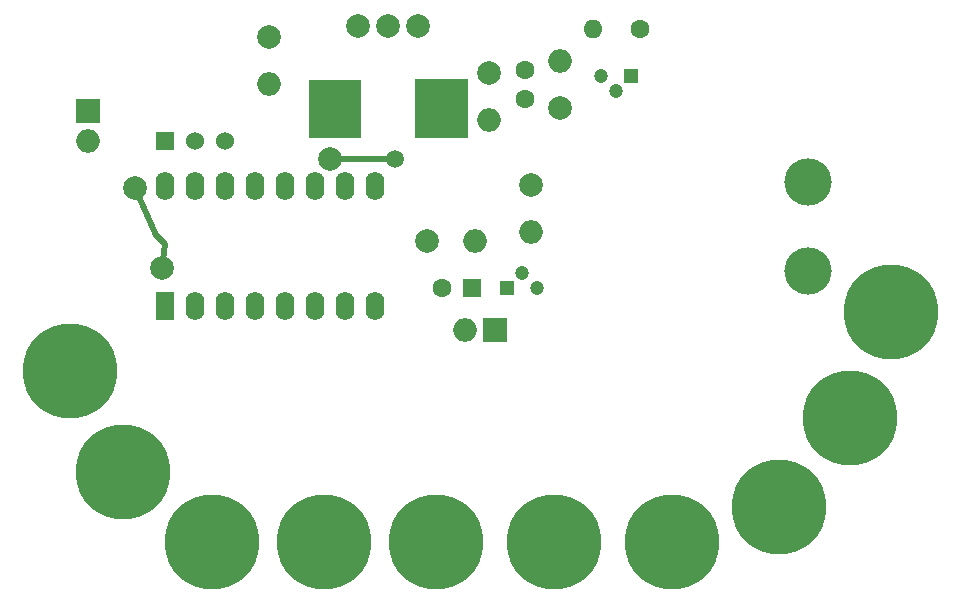
<source format=gbl>
G04 #@! TF.FileFunction,Copper,L2,Bot,Signal*
%FSLAX46Y46*%
G04 Gerber Fmt 4.6, Leading zero omitted, Abs format (unit mm)*
G04 Created by KiCad (PCBNEW 4.0.7) date 06/25/19 00:48:09*
%MOMM*%
%LPD*%
G01*
G04 APERTURE LIST*
%ADD10C,0.100000*%
%ADD11C,4.000000*%
%ADD12R,1.600000X2.400000*%
%ADD13O,1.600000X2.400000*%
%ADD14C,8.000000*%
%ADD15R,1.600000X1.600000*%
%ADD16C,1.600000*%
%ADD17R,2.000000X2.000000*%
%ADD18O,2.000000X2.000000*%
%ADD19C,1.200000*%
%ADD20R,1.200000X1.200000*%
%ADD21C,1.998980*%
%ADD22R,4.500000X5.000000*%
%ADD23C,2.000000*%
%ADD24O,1.600000X1.600000*%
%ADD25R,1.524000X1.524000*%
%ADD26C,1.524000*%
%ADD27C,1.500000*%
%ADD28C,0.500000*%
G04 APERTURE END LIST*
D10*
D11*
X177500000Y-102500000D03*
D12*
X123000000Y-113000000D03*
D13*
X140780000Y-102840000D03*
X125540000Y-113000000D03*
X138240000Y-102840000D03*
X128080000Y-113000000D03*
X135700000Y-102840000D03*
X130620000Y-113000000D03*
X133160000Y-102840000D03*
X133160000Y-113000000D03*
X130620000Y-102840000D03*
X135700000Y-113000000D03*
X128080000Y-102840000D03*
X138240000Y-113000000D03*
X125540000Y-102840000D03*
X140780000Y-113000000D03*
X123000000Y-102840000D03*
D14*
X175000000Y-130000000D03*
D15*
X149000000Y-111500000D03*
D16*
X146500000Y-111500000D03*
X153500000Y-93000000D03*
X153500000Y-95500000D03*
D17*
X151000000Y-115000000D03*
D18*
X148460000Y-115000000D03*
D17*
X116500000Y-96500000D03*
D18*
X116500000Y-99040000D03*
D14*
X136500000Y-133000000D03*
X146000000Y-133000000D03*
X156000000Y-133000000D03*
X166000000Y-133000000D03*
X181000000Y-122500000D03*
X184500000Y-113500000D03*
X115000000Y-118500000D03*
X119500000Y-127000000D03*
X127000000Y-133000000D03*
D19*
X153270000Y-110230000D03*
X154540000Y-111500000D03*
D20*
X152000000Y-111500000D03*
D19*
X161230000Y-94770000D03*
X159960000Y-93500000D03*
D20*
X162500000Y-93500000D03*
D21*
X141910000Y-89300000D03*
X139370000Y-89300000D03*
X144450000Y-89300000D03*
D10*
G36*
X144200000Y-93800000D02*
X148700000Y-93800000D01*
X148700000Y-98800000D01*
X144200000Y-98800000D01*
X144200000Y-93800000D01*
X144200000Y-93800000D01*
G37*
D22*
X137450000Y-96300000D03*
D23*
X145250000Y-107500000D03*
D18*
X149250000Y-107500000D03*
D23*
X154000000Y-102750000D03*
D18*
X154000000Y-106750000D03*
D23*
X131800000Y-90200000D03*
D18*
X131800000Y-94200000D03*
D23*
X150500000Y-93250000D03*
D18*
X150500000Y-97250000D03*
D23*
X156500000Y-96250000D03*
D18*
X156500000Y-92250000D03*
D16*
X163250000Y-89500000D03*
D24*
X159250000Y-89500000D03*
D25*
X123000000Y-99000000D03*
D26*
X125540000Y-99000000D03*
X128080000Y-99000000D03*
D11*
X177500000Y-110000000D03*
D23*
X120500000Y-103000000D03*
X122750000Y-109750000D03*
X137000000Y-100500000D03*
D27*
X142500000Y-100500000D03*
D28*
X122750000Y-109750000D02*
X123000000Y-107750000D01*
X122250000Y-107000000D02*
X120500000Y-103000000D01*
X123000000Y-107750000D02*
X122250000Y-107000000D01*
X142500000Y-100500000D02*
X137000000Y-100500000D01*
M02*

</source>
